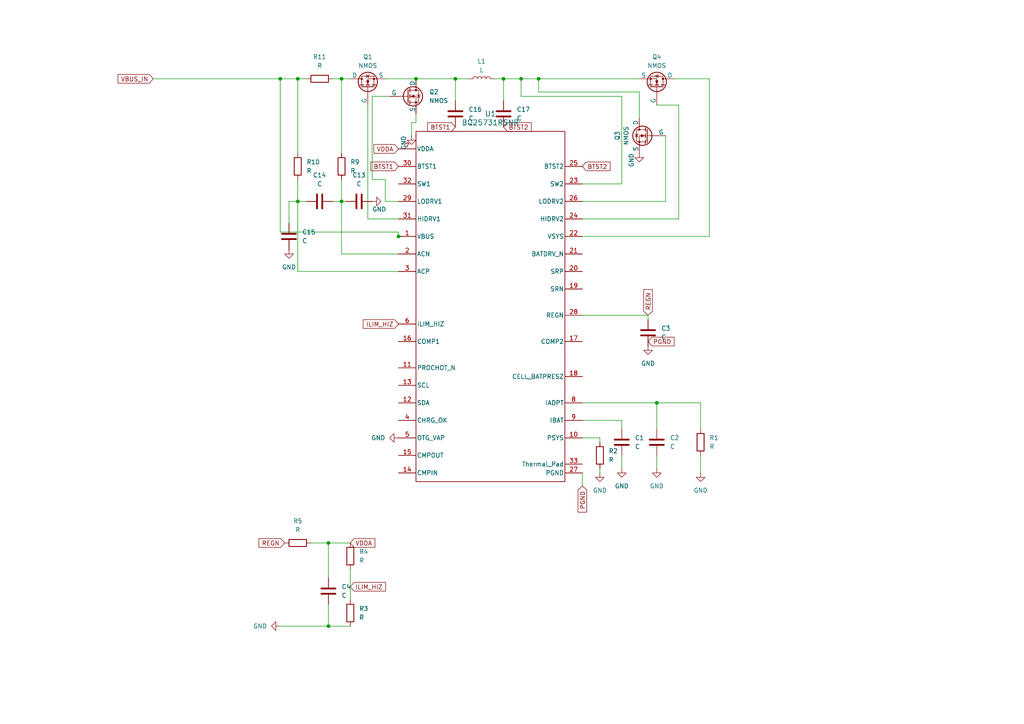
<source format=kicad_sch>
(kicad_sch (version 20250114) (generator "eeschema") (generator_version "9.0")
  (paper "A4")
  (lib_symbols
    (symbol "Device:C" (pin_numbers (hide yes)) (pin_names (offset 0.254))
      (property "Reference" "C" (at 0.635 2.54 0))
      (property "Value" "C" (at 0.635 -2.54 0))
      (symbol "C_0_1"
        (polyline (pts (xy -2.032 0.762) (xy 2.032 0.762)) (stroke (width 0.508)))
        (polyline (pts (xy -2.032 -0.762) (xy 2.032 -0.762)) (stroke (width 0.508)))
      )
      (symbol "C_1_1"
        (pin passive line (at 0 3.81 270) (length 2.794) (name "~") (number "1"))
        (pin passive line (at 0 -3.81 90) (length 2.794) (name "~") (number "2"))
      )
    )
    (symbol "Device:L" (pin_numbers (hide yes)) (pin_names (offset 1.016) (hide yes))
      (property "Reference" "L" (at -1.27 0 90))
      (property "Value" "L" (at 1.905 0 90))
      (symbol "L_0_1"
        (arc (start 0 2.54) (mid 0.6323 1.905) (end 0 1.27))
        (arc (start 0 1.27) (mid 0.6323 0.635) (end 0 0))
        (arc (start 0 0) (mid 0.6323 -0.635) (end 0 -1.27))
        (arc (start 0 -1.27) (mid 0.6323 -1.905) (end 0 -2.54))
      )
      (symbol "L_1_1"
        (pin passive line (at 0 3.81 270) (length 1.27) (name "1") (number "1"))
        (pin passive line (at 0 -3.81 90) (length 1.27) (name "2") (number "2"))
      )
    )
    (symbol "Device:R" (pin_numbers (hide yes)) (pin_names (offset 0))
      (property "Reference" "R" (at 2.032 0 90))
      (property "Value" "R" (at 0 0 90))
      (symbol "R_0_1"
        (rectangle (start -1.016 -2.54) (end 1.016 2.54) (stroke (width 0.254)))
      )
      (symbol "R_1_1"
        (pin passive line (at 0 3.81 270) (length 1.27) (name "~") (number "1"))
        (pin passive line (at 0 -3.81 90) (length 1.27) (name "~") (number "2"))
      )
    )
    (symbol "Simulation_SPICE:NMOS" (pin_numbers (hide yes)) (pin_names (offset 0))
      (property "Reference" "Q" (at 5.08 1.27 0))
      (property "Value" "NMOS" (at 5.08 -1.27 0))
      (symbol "NMOS_0_1"
        (polyline (pts (xy 0.254 1.905) (xy 0.254 -1.905)) (stroke (width 0.254)))
        (polyline (pts (xy 0.254 0) (xy -2.54 0)))
        (polyline (pts (xy 0.762 2.286) (xy 0.762 1.27)) (stroke (width 0.254)))
        (polyline (pts (xy 0.762 0.508) (xy 0.762 -0.508)) (stroke (width 0.254)))
        (polyline (pts (xy 0.762 -1.27) (xy 0.762 -2.286)) (stroke (width 0.254)))
        (polyline (pts (xy 0.762 -1.778) (xy 3.302 -1.778) (xy 3.302 1.778) (xy 0.762 1.778)))
        (polyline (pts (xy 1.016 0) (xy 2.032 0.381) (xy 2.032 -0.381) (xy 1.016 0)) (fill (type outline)))
        (circle (center 1.651 0) (radius 2.794) (stroke (width 0.254)))
        (polyline (pts (xy 2.54 2.54) (xy 2.54 1.778)))
        (circle (center 2.54 1.778) (radius 0.254) (fill (type outline)))
        (circle (center 2.54 -1.778) (radius 0.254) (fill (type outline)))
        (polyline (pts (xy 2.54 -2.54) (xy 2.54 0) (xy 0.762 0)))
        (polyline (pts (xy 2.794 0.508) (xy 2.921 0.381) (xy 3.683 0.381) (xy 3.81 0.254)))
        (polyline (pts (xy 3.302 0.381) (xy 2.921 -0.254) (xy 3.683 -0.254) (xy 3.302 0.381)))
      )
      (symbol "NMOS_1_1"
        (pin input line (at -5.08 0 0) (length 2.54) (name "G") (number "2"))
        (pin passive line (at 2.54 5.08 270) (length 2.54) (name "D") (number "1"))
        (pin passive line (at 2.54 -5.08 90) (length 2.54) (name "S") (number "3"))
      )
    )
    (symbol "UPS:BQ25731RSNR" (pin_names (offset 0.254))
      (property "Reference" "U" (at 0 2.54 0))
      (property "Value" "BQ25731RSNR" (at 0 0 0))
      (symbol "BQ25731RSNR_0_1"
        (polyline (pts (xy 5.08 5.08) (xy 5.08 -96.52)) (stroke (width 0.2032)))
        (polyline (pts (xy 5.08 -96.52) (xy 48.26 -96.52)) (stroke (width 0.2032)))
        (polyline (pts (xy 48.26 5.08) (xy 5.08 5.08)) (stroke (width 0.2032)))
        (polyline (pts (xy 48.26 -96.52) (xy 48.26 5.08)) (stroke (width 0.2032)))
        (pin unspecified line (at 0 0 0) (length 5.08) (name "VDDA") (number "7"))
        (pin unspecified line (at 0 -5.08 0) (length 5.08) (name "BTST1") (number "30"))
        (pin unspecified line (at 0 -10.16 0) (length 5.08) (name "SW1") (number "32"))
        (pin unspecified line (at 0 -15.24 0) (length 5.08) (name "LODRV1") (number "29"))
        (pin unspecified line (at 0 -20.32 0) (length 5.08) (name "HIDRV1") (number "31"))
        (pin power_in line (at 0 -25.4 0) (length 5.08) (name "VBUS") (number "1"))
        (pin unspecified line (at 0 -30.48 0) (length 5.08) (name "ACN") (number "2"))
        (pin unspecified line (at 0 -35.56 0) (length 5.08) (name "ACP") (number "3"))
        (pin unspecified line (at 0 -50.8 0) (length 5.08) (name "ILIM_HIZ") (number "6"))
        (pin unspecified line (at 0 -55.88 0) (length 5.08) (name "COMP1") (number "16"))
        (pin open_collector line (at 0 -63.5 0) (length 5.08) (name "PROCHOT_N") (number "11"))
        (pin input line (at 0 -68.58 0) (length 5.08) (name "SCL") (number "13"))
        (pin bidirectional line (at 0 -73.66 0) (length 5.08) (name "SDA") (number "12"))
        (pin open_collector line (at 0 -78.74 0) (length 5.08) (name "CHRG_OK") (number "4"))
        (pin unspecified line (at 0 -83.82 0) (length 5.08) (name "OTG_VAP") (number "5"))
        (pin open_collector line (at 0 -88.9 0) (length 5.08) (name "CMPOUT") (number "15"))
        (pin unspecified line (at 0 -93.98 0) (length 5.08) (name "CMPIN") (number "14"))
        (pin unspecified line (at 53.34 -5.08 180) (length 5.08) (name "BTST2") (number "25"))
        (pin unspecified line (at 53.34 -10.16 180) (length 5.08) (name "SW2") (number "23"))
        (pin unspecified line (at 53.34 -15.24 180) (length 5.08) (name "LODRV2") (number "26"))
        (pin unspecified line (at 53.34 -20.32 180) (length 5.08) (name "HIDRV2") (number "24"))
        (pin unspecified line (at 53.34 -25.4 180) (length 5.08) (name "VSYS") (number "22"))
        (pin unspecified line (at 53.34 -30.48 180) (length 5.08) (name "BATDRV_N") (number "21"))
        (pin unspecified line (at 53.34 -35.56 180) (length 5.08) (name "SRP") (number "20"))
        (pin unspecified line (at 53.34 -40.64 180) (length 5.08) (name "SRN") (number "19"))
        (pin unspecified line (at 53.34 -48.26 180) (length 5.08) (name "REGN") (number "28"))
        (pin unspecified line (at 53.34 -55.88 180) (length 5.08) (name "COMP2") (number "17"))
        (pin unspecified line (at 53.34 -66.04 180) (length 5.08) (name "CELL_BATPRESZ") (number "18"))
        (pin unspecified line (at 53.34 -73.66 180) (length 5.08) (name "IADPT") (number "8"))
        (pin unspecified line (at 53.34 -78.74 180) (length 5.08) (name "IBAT") (number "9"))
        (pin unspecified line (at 53.34 -83.82 180) (length 5.08) (name "PSYS") (number "10"))
        (pin unspecified line (at 53.34 -91.44 180) (length 5.08) (name "Thermal_Pad") (number "33"))
        (pin power_in line (at 53.34 -93.98 180) (length 5.08) (name "PGND") (number "27"))
      )
    )
    (symbol "power:GND" (power) (pin_numbers (hide yes)) (pin_names (offset 0) (hide yes))
      (property "Value" "GND" (at 0 -3.81 0))
      (symbol "GND_0_1"
        (polyline (pts (xy 0 0) (xy 0 -1.27) (xy 1.27 -1.27) (xy 0 -2.54) (xy -1.27 -1.27) (xy 0 -1.27)))
      )
      (symbol "GND_1_1"
        (pin power_in line (at 0 0 270) (length 0) (name "~") (number "1"))
      )
    )
  )
  (junction (at 146.05 22.86))
  (junction (at 190.5 116.84))
  (junction (at 81.28 22.86))
  (junction (at 151.13 22.86))
  (junction (at 95.25 181.61))
  (junction (at 86.36 22.86))
  (junction (at 120.65 22.86))
  (junction (at 132.08 22.86))
  (junction (at 86.36 58.42))
  (junction (at 99.06 58.42))
  (junction (at 99.06 22.86))
  (junction (at 95.25 157.48))
  (junction (at 156.21 22.86))
  (junction (at 115.57 68.58))
  (wire (pts (xy 96.52 22.86) (xy 99.06 22.86)))
  (wire (pts (xy 151.13 27.94) (xy 151.13 22.86)))
  (wire (pts (xy 196.85 63.5) (xy 196.85 30.48)))
  (wire (pts (xy 44.45 22.86) (xy 81.28 22.86)))
  (wire (pts (xy 81.28 22.86) (xy 86.36 22.86)))
  (wire (pts (xy 119.38 35.56) (xy 119.38 39.37)))
  (wire (pts (xy 90.17 157.48) (xy 95.25 157.48)))
  (wire (pts (xy 173.99 135.89) (xy 173.99 137.16)))
  (wire (pts (xy 111.76 22.86) (xy 120.65 22.86)))
  (wire (pts (xy 115.57 67.31) (xy 115.57 68.58)))
  (wire (pts (xy 111.76 58.42) (xy 115.57 58.42)))
  (wire (pts (xy 101.6 181.61) (xy 95.25 181.61)))
  (wire (pts (xy 95.25 175.26) (xy 95.25 181.61)))
  (wire (pts (xy 111.76 52.07) (xy 111.76 58.42)))
  (wire (pts (xy 86.36 52.07) (xy 86.36 58.42)))
  (wire (pts (xy 190.5 116.84) (xy 203.2 116.84)))
  (wire (pts (xy 156.21 22.86) (xy 185.42 22.86)))
  (wire (pts (xy 99.06 22.86) (xy 101.6 22.86)))
  (wire (pts (xy 187.96 91.44) (xy 187.96 92.71)))
  (wire (pts (xy 113.03 27.94) (xy 107.95 27.94)))
  (wire (pts (xy 193.04 39.37) (xy 193.04 58.42)))
  (wire (pts (xy 143.51 22.86) (xy 146.05 22.86)))
  (wire (pts (xy 83.82 58.42) (xy 86.36 58.42)))
  (wire (pts (xy 86.36 78.74) (xy 86.36 58.42)))
  (wire (pts (xy 168.91 63.5) (xy 196.85 63.5)))
  (wire (pts (xy 185.42 34.29) (xy 185.42 26.67)))
  (wire (pts (xy 151.13 22.86) (xy 146.05 22.86)))
  (wire (pts (xy 195.58 22.86) (xy 205.74 22.86)))
  (wire (pts (xy 193.04 58.42) (xy 168.91 58.42)))
  (wire (pts (xy 173.99 128.27) (xy 173.99 127)))
  (wire (pts (xy 96.52 58.42) (xy 99.06 58.42)))
  (wire (pts (xy 83.82 64.77) (xy 83.82 58.42)))
  (wire (pts (xy 101.6 165.1) (xy 101.6 173.99)))
  (wire (pts (xy 156.21 26.67) (xy 156.21 22.86)))
  (wire (pts (xy 135.89 22.86) (xy 132.08 22.86)))
  (wire (pts (xy 168.91 121.92) (xy 180.34 121.92)))
  (wire (pts (xy 168.91 91.44) (xy 187.96 91.44)))
  (wire (pts (xy 81.28 22.86) (xy 81.28 67.31)))
  (wire (pts (xy 168.91 137.16) (xy 168.91 140.97)))
  (wire (pts (xy 106.68 30.48) (xy 106.68 63.5)))
  (wire (pts (xy 190.5 30.48) (xy 196.85 30.48)))
  (wire (pts (xy 106.68 63.5) (xy 115.57 63.5)))
  (wire (pts (xy 132.08 22.86) (xy 132.08 29.21)))
  (wire (pts (xy 190.5 132.08) (xy 190.5 135.89)))
  (wire (pts (xy 190.5 116.84) (xy 190.5 124.46)))
  (wire (pts (xy 168.91 116.84) (xy 190.5 116.84)))
  (wire (pts (xy 95.25 157.48) (xy 101.6 157.48)))
  (wire (pts (xy 185.42 26.67) (xy 156.21 26.67)))
  (wire (pts (xy 120.65 35.56) (xy 119.38 35.56)))
  (wire (pts (xy 120.65 22.86) (xy 132.08 22.86)))
  (wire (pts (xy 115.57 78.74) (xy 86.36 78.74)))
  (wire (pts (xy 86.36 22.86) (xy 88.9 22.86)))
  (wire (pts (xy 203.2 116.84) (xy 203.2 124.46)))
  (wire (pts (xy 107.95 52.07) (xy 111.76 52.07)))
  (wire (pts (xy 99.06 52.07) (xy 99.06 58.42)))
  (wire (pts (xy 156.21 22.86) (xy 151.13 22.86)))
  (wire (pts (xy 168.91 68.58) (xy 205.74 68.58)))
  (wire (pts (xy 116.84 68.58) (xy 115.57 68.58)))
  (wire (pts (xy 115.57 73.66) (xy 99.06 73.66)))
  (wire (pts (xy 168.91 53.34) (xy 180.34 53.34)))
  (wire (pts (xy 180.34 53.34) (xy 180.34 27.94)))
  (wire (pts (xy 180.34 27.94) (xy 151.13 27.94)))
  (wire (pts (xy 81.28 67.31) (xy 115.57 67.31)))
  (wire (pts (xy 107.95 27.94) (xy 107.95 52.07)))
  (wire (pts (xy 86.36 58.42) (xy 88.9 58.42)))
  (wire (pts (xy 180.34 132.08) (xy 180.34 135.89)))
  (wire (pts (xy 205.74 68.58) (xy 205.74 22.86)))
  (wire (pts (xy 180.34 121.92) (xy 180.34 124.46)))
  (wire (pts (xy 95.25 157.48) (xy 95.25 167.64)))
  (wire (pts (xy 95.25 181.61) (xy 81.28 181.61)))
  (wire (pts (xy 168.91 127) (xy 173.99 127)))
  (wire (pts (xy 99.06 22.86) (xy 99.06 44.45)))
  (wire (pts (xy 86.36 22.86) (xy 86.36 44.45)))
  (wire (pts (xy 120.65 33.02) (xy 120.65 35.56)))
  (wire (pts (xy 99.06 73.66) (xy 99.06 58.42)))
  (wire (pts (xy 99.06 58.42) (xy 100.33 58.42)))
  (wire (pts (xy 203.2 132.08) (xy 203.2 137.16)))
  (wire (pts (xy 146.05 22.86) (xy 146.05 29.21)))
  (global_label "VBUS_IN" (shape input) (at 44.45 22.86 180) (property "Intersheetrefs" "${INTERSHEET_REFS}" (effects (hide yes))))
  (global_label "BTST2" (shape input) (at 146.05 36.83 0) (property "Intersheetrefs" "${INTERSHEET_REFS}" (effects (hide yes))))
  (global_label "BTST1" (shape input) (at 132.08 36.83 180) (property "Intersheetrefs" "${INTERSHEET_REFS}" (effects (hide yes))))
  (global_label "PGND" (shape input) (at 187.96 99.06 0) (property "Intersheetrefs" "${INTERSHEET_REFS}" (effects (hide yes))))
  (global_label "REGN" (shape input) (at 187.96 91.44 90) (property "Intersheetrefs" "${INTERSHEET_REFS}" (effects (hide yes))))
  (global_label "PGND" (shape input) (at 168.91 140.97 270) (property "Intersheetrefs" "${INTERSHEET_REFS}" (effects (hide yes))))
  (global_label "BTST1" (shape input) (at 115.57 48.26 180) (property "Intersheetrefs" "${INTERSHEET_REFS}" (effects (hide yes))))
  (global_label "BTST2" (shape input) (at 168.91 48.26 0) (property "Intersheetrefs" "${INTERSHEET_REFS}" (effects (hide yes))))
  (global_label "REGN" (shape input) (at 82.55 157.48 180) (property "Intersheetrefs" "${INTERSHEET_REFS}" (effects (hide yes))))
  (global_label "VDDA" (shape input) (at 115.57 43.18 180) (property "Intersheetrefs" "${INTERSHEET_REFS}" (effects (hide yes))))
  (global_label "ILIM_HIZ" (shape input) (at 101.6 170.18 0) (property "Intersheetrefs" "${INTERSHEET_REFS}" (effects (hide yes))))
  (global_label "VDDA" (shape input) (at 101.6 157.48 0) (property "Intersheetrefs" "${INTERSHEET_REFS}" (effects (hide yes))))
  (global_label "ILIM_HIZ" (shape input) (at 115.57 93.98 180) (property "Intersheetrefs" "${INTERSHEET_REFS}" (effects (hide yes))))
  (symbol (lib_id "Device:C") (at 92.71 58.42 90) (unit 1)
    (property "Reference" "C14" (at 92.71 50.8 90))
    (property "Value" "C" (at 92.71 53.34 90))
    (property "Description" "Unpolarized capacitor" (effects (hide yes)))
  )
  (symbol (lib_id "Device:C") (at 95.25 171.45 0) (unit 1)
    (property "Reference" "C4" (at 99.06 170.1799 0) (effects (justify left)))
    (property "Value" "C" (at 99.06 172.7199 0) (effects (justify left)))
    (property "Description" "Unpolarized capacitor" (effects (hide yes)))
  )
  (symbol (lib_id "Device:R") (at 86.36 157.48 90) (unit 1)
    (property "Reference" "R5" (at 86.36 151.13 90))
    (property "Value" "R" (at 86.36 153.67 90))
    (property "Description" "Resistor" (effects (hide yes)))
  )
  (symbol (lib_id "Device:C") (at 132.08 33.02 180) (unit 1)
    (property "Reference" "C16" (at 135.89 31.7499 0) (effects (justify right)))
    (property "Value" "C" (at 135.89 34.2899 0) (effects (justify right)))
    (property "Description" "Unpolarized capacitor" (effects (hide yes)))
  )
  (symbol (lib_id "Device:R") (at 173.99 132.08 0) (unit 1)
    (property "Reference" "R2" (at 176.53 130.8099 0) (effects (justify left)))
    (property "Value" "R" (at 176.53 133.3499 0) (effects (justify left)))
    (property "Description" "Resistor" (effects (hide yes)))
  )
  (symbol (lib_id "Device:C") (at 180.34 128.27 0) (unit 1)
    (property "Reference" "C1" (at 184.15 126.9999 0) (effects (justify left)))
    (property "Value" "C" (at 184.15 129.5399 0) (effects (justify left)))
    (property "Description" "Unpolarized capacitor" (effects (hide yes)))
  )
  (symbol (lib_id "power:GND") (at 185.42 44.45 0) (unit 1)
    (property "Reference" "#PWR017" (effects (hide yes)))
    (property "Value" "GND" (at 183.134 44.45 90) (effects (justify right)))
    (property "Description" "Power symbol creates a global label with name \"GND\" , ground" (effects (hide yes)))
  )
  (symbol (lib_id "power:GND") (at 107.95 58.42 90) (unit 1)
    (property "Reference" "#PWR015" (effects (hide yes)))
    (property "Value" "GND" (at 107.95 60.706 90) (effects (justify right)))
    (property "Description" "Power symbol creates a global label with name \"GND\" , ground" (effects (hide yes)))
  )
  (symbol (lib_id "power:GND") (at 190.5 135.89 0) (unit 1)
    (property "Reference" "#PWR02" (effects (hide yes)))
    (property "Value" "GND" (at 190.5 140.97 0))
    (property "Description" "Power symbol creates a global label with name \"GND\" , ground" (effects (hide yes)))
  )
  (symbol (lib_id "Simulation_SPICE:NMOS") (at 106.68 25.4 90) (unit 1)
    (property "Reference" "Q1" (at 106.68 16.51 90))
    (property "Value" "NMOS" (at 106.68 19.05 90))
    (property "Datasheet" "https://ngspice.sourceforge.io/docs/ngspice-html-manual/manual.xhtml#cha_MOSFETs" (effects (hide yes)))
    (property "Description" "N-MOSFET transistor, drain/source/gate" (effects (hide yes)))
    (property "Sim.Device" "NMOS" (effects (hide yes)))
    (property "Sim.Type" "VDMOS" (effects (hide yes)))
    (property "Sim.Pins" "1=D 2=G 3=S" (effects (hide yes)))
  )
  (symbol (lib_id "power:GND") (at 115.57 127 270) (unit 1)
    (property "Reference" "#PWR07" (effects (hide yes)))
    (property "Value" "GND" (at 111.76 126.9999 90) (effects (justify right)))
    (property "Description" "Power symbol creates a global label with name \"GND\" , ground" (effects (hide yes)))
  )
  (symbol (lib_id "Simulation_SPICE:NMOS") (at 190.5 25.4 270) (mirror x) (unit 1)
    (property "Reference" "Q4" (at 190.5 16.51 90))
    (property "Value" "NMOS" (at 190.5 19.05 90))
    (property "Datasheet" "https://ngspice.sourceforge.io/docs/ngspice-html-manual/manual.xhtml#cha_MOSFETs" (effects (hide yes)))
    (property "Description" "N-MOSFET transistor, drain/source/gate" (effects (hide yes)))
    (property "Sim.Device" "NMOS" (effects (hide yes)))
    (property "Sim.Type" "VDMOS" (effects (hide yes)))
    (property "Sim.Pins" "1=D 2=G 3=S" (effects (hide yes)))
  )
  (symbol (lib_id "power:GND") (at 187.96 100.33 0) (unit 1)
    (property "Reference" "#PWR05" (effects (hide yes)))
    (property "Value" "GND" (at 187.96 105.41 0))
    (property "Description" "Power symbol creates a global label with name \"GND\" , ground" (effects (hide yes)))
  )
  (symbol (lib_id "Device:R") (at 92.71 22.86 270) (unit 1)
    (property "Reference" "R11" (at 92.71 16.51 90))
    (property "Value" "R" (at 92.71 19.05 90))
    (property "Description" "Resistor" (effects (hide yes)))
  )
  (symbol (lib_id "power:GND") (at 83.82 72.39 0) (unit 1)
    (property "Reference" "#PWR014" (effects (hide yes)))
    (property "Value" "GND" (at 83.82 77.47 0))
    (property "Description" "Power symbol creates a global label with name \"GND\" , ground" (effects (hide yes)))
  )
  (symbol (lib_id "power:GND") (at 180.34 135.89 0) (unit 1)
    (property "Reference" "#PWR01" (effects (hide yes)))
    (property "Value" "GND" (at 180.34 140.97 0))
    (property "Description" "Power symbol creates a global label with name \"GND\" , ground" (effects (hide yes)))
  )
  (symbol (lib_id "Device:C") (at 83.82 68.58 180) (unit 1)
    (property "Reference" "C15" (at 87.63 67.3099 0) (effects (justify right)))
    (property "Value" "C" (at 87.63 69.8499 0) (effects (justify right)))
    (property "Description" "Unpolarized capacitor" (effects (hide yes)))
  )
  (symbol (lib_id "power:GND") (at 173.99 137.16 0) (unit 1)
    (property "Reference" "#PWR04" (effects (hide yes)))
    (property "Value" "GND" (at 173.99 142.24 0))
    (property "Description" "Power symbol creates a global label with name \"GND\" , ground" (effects (hide yes)))
  )
  (symbol (lib_id "Device:R") (at 101.6 177.8 0) (unit 1)
    (property "Reference" "R3" (at 104.14 176.5299 0) (effects (justify left)))
    (property "Value" "R" (at 104.14 179.0699 0) (effects (justify left)))
    (property "Description" "Resistor" (effects (hide yes)))
  )
  (symbol (lib_id "power:GND") (at 81.28 181.61 270) (unit 1)
    (property "Reference" "#PWR06" (effects (hide yes)))
    (property "Value" "GND" (at 77.47 181.6099 90) (effects (justify right)))
    (property "Description" "Power symbol creates a global label with name \"GND\" , ground" (effects (hide yes)))
  )
  (symbol (lib_id "Device:R") (at 99.06 48.26 180) (unit 1)
    (property "Reference" "R9" (at 101.6 46.9899 0) (effects (justify right)))
    (property "Value" "R" (at 101.6 49.5299 0) (effects (justify right)))
    (property "Description" "Resistor" (effects (hide yes)))
  )
  (symbol (lib_id "power:GND") (at 203.2 137.16 0) (unit 1)
    (property "Reference" "#PWR03" (effects (hide yes)))
    (property "Value" "GND" (at 203.2 142.24 0))
    (property "Description" "Power symbol creates a global label with name \"GND\" , ground" (effects (hide yes)))
  )
  (symbol (lib_id "Device:L") (at 139.7 22.86 90) (unit 1)
    (property "Reference" "L1" (at 139.7 17.78 90))
    (property "Value" "L" (at 139.7 20.32 90))
    (property "Description" "Inductor" (effects (hide yes)))
  )
  (symbol (lib_id "Device:R") (at 86.36 48.26 180) (unit 1)
    (property "Reference" "R10" (at 88.9 46.9899 0) (effects (justify right)))
    (property "Value" "R" (at 88.9 49.5299 0) (effects (justify right)))
    (property "Description" "Resistor" (effects (hide yes)))
  )
  (symbol (lib_id "Device:R") (at 101.6 161.29 0) (unit 1)
    (property "Reference" "R4" (at 104.14 160.0199 0) (effects (justify left)))
    (property "Value" "R" (at 104.14 162.5599 0) (effects (justify left)))
    (property "Description" "Resistor" (effects (hide yes)))
  )
  (symbol (lib_id "Simulation_SPICE:NMOS") (at 187.96 39.37 0) (mirror y) (unit 1)
    (property "Reference" "Q3" (at 179.07 39.37 90))
    (property "Value" "NMOS" (at 181.61 39.37 90))
    (property "Datasheet" "https://ngspice.sourceforge.io/docs/ngspice-html-manual/manual.xhtml#cha_MOSFETs" (effects (hide yes)))
    (property "Description" "N-MOSFET transistor, drain/source/gate" (effects (hide yes)))
    (property "Sim.Device" "NMOS" (effects (hide yes)))
    (property "Sim.Type" "VDMOS" (effects (hide yes)))
    (property "Sim.Pins" "1=D 2=G 3=S" (effects (hide yes)))
  )
  (symbol (lib_id "Device:C") (at 104.14 58.42 90) (unit 1)
    (property "Reference" "C13" (at 104.14 50.8 90))
    (property "Value" "C" (at 104.14 53.34 90))
    (property "Description" "Unpolarized capacitor" (effects (hide yes)))
  )
  (symbol (lib_id "power:GND") (at 119.38 39.37 0) (unit 1)
    (property "Reference" "#PWR016" (effects (hide yes)))
    (property "Value" "GND" (at 117.094 39.37 90) (effects (justify right)))
    (property "Description" "Power symbol creates a global label with name \"GND\" , ground" (effects (hide yes)))
  )
  (symbol (lib_id "Device:C") (at 190.5 128.27 0) (unit 1)
    (property "Reference" "C2" (at 194.31 126.9999 0) (effects (justify left)))
    (property "Value" "C" (at 194.31 129.5399 0) (effects (justify left)))
    (property "Description" "Unpolarized capacitor" (effects (hide yes)))
  )
  (symbol (lib_id "Device:C") (at 146.05 33.02 180) (unit 1)
    (property "Reference" "C17" (at 149.86 31.7499 0) (effects (justify right)))
    (property "Value" "C" (at 149.86 34.2899 0) (effects (justify right)))
    (property "Description" "Unpolarized capacitor" (effects (hide yes)))
  )
  (symbol (lib_id "Device:R") (at 203.2 128.27 0) (unit 1)
    (property "Reference" "R1" (at 205.74 126.9999 0) (effects (justify left)))
    (property "Value" "R" (at 205.74 129.5399 0) (effects (justify left)))
    (property "Description" "Resistor" (effects (hide yes)))
  )
  (symbol (lib_id "Simulation_SPICE:NMOS") (at 118.11 27.94 0) (unit 1)
    (property "Reference" "Q2" (at 124.46 26.6699 0) (effects (justify left)))
    (property "Value" "NMOS" (at 124.46 29.2099 0) (effects (justify left)))
    (property "Datasheet" "https://ngspice.sourceforge.io/docs/ngspice-html-manual/manual.xhtml#cha_MOSFETs" (effects (hide yes)))
    (property "Description" "N-MOSFET transistor, drain/source/gate" (effects (hide yes)))
    (property "Sim.Device" "NMOS" (effects (hide yes)))
    (property "Sim.Type" "VDMOS" (effects (hide yes)))
    (property "Sim.Pins" "1=D 2=G 3=S" (effects (hide yes)))
  )
  (symbol (lib_id "UPS:BQ25731RSNR") (at 115.57 43.18 0) (unit 1)
    (property "Reference" "U1" (at 142.24 33.02 0) (effects (font (size 1.524 1.524))))
    (property "Value" "BQ25731RSNR" (at 142.24 35.56 0) (effects (font (size 1.524 1.524))))
    (property "Footprint" "RSN0032B-IPC_A" (effects (hide yes)))
    (property "Datasheet" "https://www.ti.com/lit/gpn/bq25731" (effects (hide yes)))
  )
  (symbol (lib_id "Device:C") (at 187.96 96.52 0) (unit 1)
    (property "Reference" "C3" (at 191.77 95.2499 0) (effects (justify left)))
    (property "Value" "C" (at 191.77 97.7899 0) (effects (justify left)))
    (property "Description" "Unpolarized capacitor" (effects (hide yes)))
  )
)
</source>
